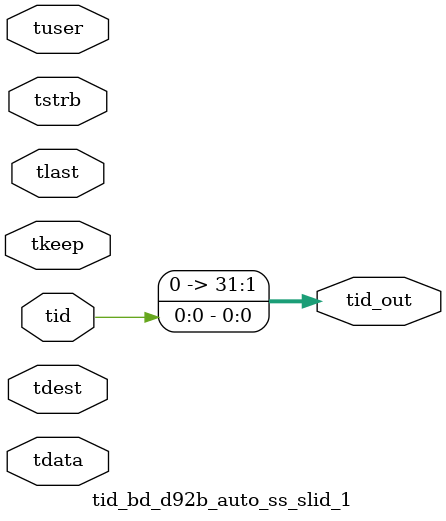
<source format=v>


`timescale 1ps/1ps

module tid_bd_d92b_auto_ss_slid_1 #
(
parameter C_S_AXIS_TID_WIDTH   = 1,
parameter C_S_AXIS_TUSER_WIDTH = 0,
parameter C_S_AXIS_TDATA_WIDTH = 0,
parameter C_S_AXIS_TDEST_WIDTH = 0,
parameter C_M_AXIS_TID_WIDTH   = 32
)
(
input  [(C_S_AXIS_TID_WIDTH   == 0 ? 1 : C_S_AXIS_TID_WIDTH)-1:0       ] tid,
input  [(C_S_AXIS_TDATA_WIDTH == 0 ? 1 : C_S_AXIS_TDATA_WIDTH)-1:0     ] tdata,
input  [(C_S_AXIS_TUSER_WIDTH == 0 ? 1 : C_S_AXIS_TUSER_WIDTH)-1:0     ] tuser,
input  [(C_S_AXIS_TDEST_WIDTH == 0 ? 1 : C_S_AXIS_TDEST_WIDTH)-1:0     ] tdest,
input  [(C_S_AXIS_TDATA_WIDTH/8)-1:0 ] tkeep,
input  [(C_S_AXIS_TDATA_WIDTH/8)-1:0 ] tstrb,
input                                                                    tlast,
output [(C_M_AXIS_TID_WIDTH   == 0 ? 1 : C_M_AXIS_TID_WIDTH)-1:0       ] tid_out
);

assign tid_out = {tid[0:0]};

endmodule


</source>
